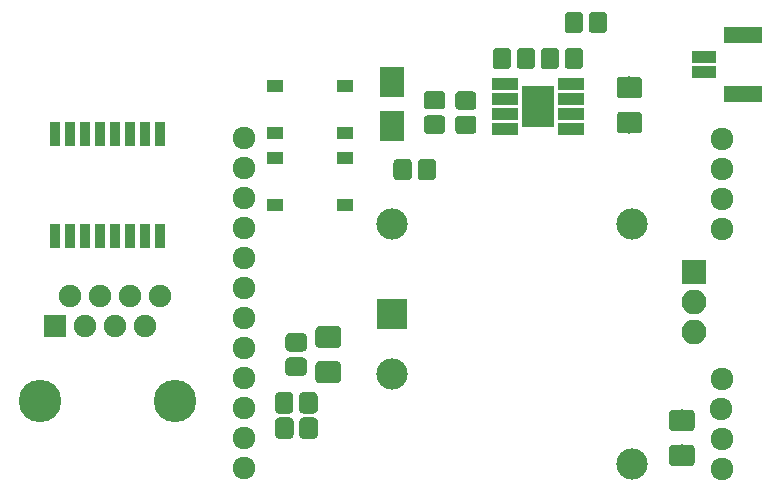
<source format=gbr>
G04 #@! TF.GenerationSoftware,KiCad,Pcbnew,(5.0.0)*
G04 #@! TF.CreationDate,2019-03-29T23:21:28-04:00*
G04 #@! TF.ProjectId,PoEShield,506F45536869656C642E6B696361645F,rev?*
G04 #@! TF.SameCoordinates,Original*
G04 #@! TF.FileFunction,Soldermask,Top*
G04 #@! TF.FilePolarity,Negative*
%FSLAX46Y46*%
G04 Gerber Fmt 4.6, Leading zero omitted, Abs format (unit mm)*
G04 Created by KiCad (PCBNEW (5.0.0)) date 03/29/19 23:21:28*
%MOMM*%
%LPD*%
G01*
G04 APERTURE LIST*
%ADD10R,2.650000X2.650000*%
%ADD11C,2.650000*%
%ADD12R,0.958800X2.000200*%
%ADD13C,1.900000*%
%ADD14R,1.900000X1.900000*%
%ADD15C,3.600000*%
%ADD16C,0.100000*%
%ADD17C,1.550000*%
%ADD18R,2.030000X2.580400*%
%ADD19R,1.400000X1.100000*%
%ADD20R,2.100000X1.000000*%
%ADD21R,3.200000X1.400000*%
%ADD22R,2.100000X2.100000*%
%ADD23O,2.100000X2.100000*%
%ADD24R,2.310000X1.010000*%
%ADD25R,1.605000X1.950000*%
%ADD26C,1.924000*%
%ADD27C,1.825000*%
G04 APERTURE END LIST*
D10*
G04 #@! TO.C,U3*
X128625600Y-96570800D03*
D11*
X128625600Y-101650800D03*
X148945600Y-109270800D03*
X148945600Y-88950800D03*
X128625600Y-88950800D03*
G04 #@! TD*
D12*
G04 #@! TO.C,T1*
X100076000Y-81280000D03*
X101346000Y-81280000D03*
X102616000Y-81280000D03*
X103886000Y-81280000D03*
X105156000Y-81280000D03*
X106426000Y-81280000D03*
X107696000Y-81280000D03*
X108966000Y-81280000D03*
X108966000Y-89916000D03*
X107696000Y-89916000D03*
X106426000Y-89916000D03*
X105156000Y-89916000D03*
X103886000Y-89916000D03*
X102616000Y-89916000D03*
X101346000Y-89916000D03*
X100076000Y-89916000D03*
G04 #@! TD*
D13*
G04 #@! TO.C,J1*
X108966000Y-94996000D03*
X107696000Y-97536000D03*
X106426000Y-94996000D03*
X105156000Y-97536000D03*
X103886000Y-94996000D03*
X102616000Y-97536000D03*
X101346000Y-94996000D03*
D14*
X100076000Y-97536000D03*
D15*
X98806000Y-103886000D03*
X110236000Y-103886000D03*
G04 #@! TD*
D16*
G04 #@! TO.C,C1*
G36*
X132803071Y-77694623D02*
X132835781Y-77699475D01*
X132867857Y-77707509D01*
X132898991Y-77718649D01*
X132928884Y-77732787D01*
X132957247Y-77749787D01*
X132983807Y-77769485D01*
X133008308Y-77791692D01*
X133030515Y-77816193D01*
X133050213Y-77842753D01*
X133067213Y-77871116D01*
X133081351Y-77901009D01*
X133092491Y-77932143D01*
X133100525Y-77964219D01*
X133105377Y-77996929D01*
X133107000Y-78029956D01*
X133107000Y-78906044D01*
X133105377Y-78939071D01*
X133100525Y-78971781D01*
X133092491Y-79003857D01*
X133081351Y-79034991D01*
X133067213Y-79064884D01*
X133050213Y-79093247D01*
X133030515Y-79119807D01*
X133008308Y-79144308D01*
X132983807Y-79166515D01*
X132957247Y-79186213D01*
X132928884Y-79203213D01*
X132898991Y-79217351D01*
X132867857Y-79228491D01*
X132835781Y-79236525D01*
X132803071Y-79241377D01*
X132770044Y-79243000D01*
X131643956Y-79243000D01*
X131610929Y-79241377D01*
X131578219Y-79236525D01*
X131546143Y-79228491D01*
X131515009Y-79217351D01*
X131485116Y-79203213D01*
X131456753Y-79186213D01*
X131430193Y-79166515D01*
X131405692Y-79144308D01*
X131383485Y-79119807D01*
X131363787Y-79093247D01*
X131346787Y-79064884D01*
X131332649Y-79034991D01*
X131321509Y-79003857D01*
X131313475Y-78971781D01*
X131308623Y-78939071D01*
X131307000Y-78906044D01*
X131307000Y-78029956D01*
X131308623Y-77996929D01*
X131313475Y-77964219D01*
X131321509Y-77932143D01*
X131332649Y-77901009D01*
X131346787Y-77871116D01*
X131363787Y-77842753D01*
X131383485Y-77816193D01*
X131405692Y-77791692D01*
X131430193Y-77769485D01*
X131456753Y-77749787D01*
X131485116Y-77732787D01*
X131515009Y-77718649D01*
X131546143Y-77707509D01*
X131578219Y-77699475D01*
X131610929Y-77694623D01*
X131643956Y-77693000D01*
X132770044Y-77693000D01*
X132803071Y-77694623D01*
X132803071Y-77694623D01*
G37*
D17*
X132207000Y-78468000D03*
D16*
G36*
X132803071Y-79744623D02*
X132835781Y-79749475D01*
X132867857Y-79757509D01*
X132898991Y-79768649D01*
X132928884Y-79782787D01*
X132957247Y-79799787D01*
X132983807Y-79819485D01*
X133008308Y-79841692D01*
X133030515Y-79866193D01*
X133050213Y-79892753D01*
X133067213Y-79921116D01*
X133081351Y-79951009D01*
X133092491Y-79982143D01*
X133100525Y-80014219D01*
X133105377Y-80046929D01*
X133107000Y-80079956D01*
X133107000Y-80956044D01*
X133105377Y-80989071D01*
X133100525Y-81021781D01*
X133092491Y-81053857D01*
X133081351Y-81084991D01*
X133067213Y-81114884D01*
X133050213Y-81143247D01*
X133030515Y-81169807D01*
X133008308Y-81194308D01*
X132983807Y-81216515D01*
X132957247Y-81236213D01*
X132928884Y-81253213D01*
X132898991Y-81267351D01*
X132867857Y-81278491D01*
X132835781Y-81286525D01*
X132803071Y-81291377D01*
X132770044Y-81293000D01*
X131643956Y-81293000D01*
X131610929Y-81291377D01*
X131578219Y-81286525D01*
X131546143Y-81278491D01*
X131515009Y-81267351D01*
X131485116Y-81253213D01*
X131456753Y-81236213D01*
X131430193Y-81216515D01*
X131405692Y-81194308D01*
X131383485Y-81169807D01*
X131363787Y-81143247D01*
X131346787Y-81114884D01*
X131332649Y-81084991D01*
X131321509Y-81053857D01*
X131313475Y-81021781D01*
X131308623Y-80989071D01*
X131307000Y-80956044D01*
X131307000Y-80079956D01*
X131308623Y-80046929D01*
X131313475Y-80014219D01*
X131321509Y-79982143D01*
X131332649Y-79951009D01*
X131346787Y-79921116D01*
X131363787Y-79892753D01*
X131383485Y-79866193D01*
X131405692Y-79841692D01*
X131430193Y-79819485D01*
X131456753Y-79799787D01*
X131485116Y-79782787D01*
X131515009Y-79768649D01*
X131546143Y-79757509D01*
X131578219Y-79749475D01*
X131610929Y-79744623D01*
X131643956Y-79743000D01*
X132770044Y-79743000D01*
X132803071Y-79744623D01*
X132803071Y-79744623D01*
G37*
D17*
X132207000Y-80518000D03*
G04 #@! TD*
D18*
G04 #@! TO.C,D1*
X128651000Y-76930600D03*
X128651000Y-80645000D03*
G04 #@! TD*
D19*
G04 #@! TO.C,D2*
X118691000Y-81248000D03*
X118691000Y-77248000D03*
X124641000Y-77248000D03*
X124641000Y-81248000D03*
G04 #@! TD*
G04 #@! TO.C,D3*
X124641000Y-87344000D03*
X124641000Y-83344000D03*
X118691000Y-83344000D03*
X118691000Y-87344000D03*
G04 #@! TD*
D20*
G04 #@! TO.C,J2*
X155022000Y-74813000D03*
X155022000Y-76063000D03*
D21*
X158372000Y-72963000D03*
X158372000Y-77913000D03*
G04 #@! TD*
D22*
G04 #@! TO.C,J3*
X154178000Y-92964000D03*
D23*
X154178000Y-95504000D03*
X154178000Y-98044000D03*
G04 #@! TD*
D16*
G04 #@! TO.C,R1*
G36*
X138384071Y-74031623D02*
X138416781Y-74036475D01*
X138448857Y-74044509D01*
X138479991Y-74055649D01*
X138509884Y-74069787D01*
X138538247Y-74086787D01*
X138564807Y-74106485D01*
X138589308Y-74128692D01*
X138611515Y-74153193D01*
X138631213Y-74179753D01*
X138648213Y-74208116D01*
X138662351Y-74238009D01*
X138673491Y-74269143D01*
X138681525Y-74301219D01*
X138686377Y-74333929D01*
X138688000Y-74366956D01*
X138688000Y-75493044D01*
X138686377Y-75526071D01*
X138681525Y-75558781D01*
X138673491Y-75590857D01*
X138662351Y-75621991D01*
X138648213Y-75651884D01*
X138631213Y-75680247D01*
X138611515Y-75706807D01*
X138589308Y-75731308D01*
X138564807Y-75753515D01*
X138538247Y-75773213D01*
X138509884Y-75790213D01*
X138479991Y-75804351D01*
X138448857Y-75815491D01*
X138416781Y-75823525D01*
X138384071Y-75828377D01*
X138351044Y-75830000D01*
X137474956Y-75830000D01*
X137441929Y-75828377D01*
X137409219Y-75823525D01*
X137377143Y-75815491D01*
X137346009Y-75804351D01*
X137316116Y-75790213D01*
X137287753Y-75773213D01*
X137261193Y-75753515D01*
X137236692Y-75731308D01*
X137214485Y-75706807D01*
X137194787Y-75680247D01*
X137177787Y-75651884D01*
X137163649Y-75621991D01*
X137152509Y-75590857D01*
X137144475Y-75558781D01*
X137139623Y-75526071D01*
X137138000Y-75493044D01*
X137138000Y-74366956D01*
X137139623Y-74333929D01*
X137144475Y-74301219D01*
X137152509Y-74269143D01*
X137163649Y-74238009D01*
X137177787Y-74208116D01*
X137194787Y-74179753D01*
X137214485Y-74153193D01*
X137236692Y-74128692D01*
X137261193Y-74106485D01*
X137287753Y-74086787D01*
X137316116Y-74069787D01*
X137346009Y-74055649D01*
X137377143Y-74044509D01*
X137409219Y-74036475D01*
X137441929Y-74031623D01*
X137474956Y-74030000D01*
X138351044Y-74030000D01*
X138384071Y-74031623D01*
X138384071Y-74031623D01*
G37*
D17*
X137913000Y-74930000D03*
D16*
G36*
X140434071Y-74031623D02*
X140466781Y-74036475D01*
X140498857Y-74044509D01*
X140529991Y-74055649D01*
X140559884Y-74069787D01*
X140588247Y-74086787D01*
X140614807Y-74106485D01*
X140639308Y-74128692D01*
X140661515Y-74153193D01*
X140681213Y-74179753D01*
X140698213Y-74208116D01*
X140712351Y-74238009D01*
X140723491Y-74269143D01*
X140731525Y-74301219D01*
X140736377Y-74333929D01*
X140738000Y-74366956D01*
X140738000Y-75493044D01*
X140736377Y-75526071D01*
X140731525Y-75558781D01*
X140723491Y-75590857D01*
X140712351Y-75621991D01*
X140698213Y-75651884D01*
X140681213Y-75680247D01*
X140661515Y-75706807D01*
X140639308Y-75731308D01*
X140614807Y-75753515D01*
X140588247Y-75773213D01*
X140559884Y-75790213D01*
X140529991Y-75804351D01*
X140498857Y-75815491D01*
X140466781Y-75823525D01*
X140434071Y-75828377D01*
X140401044Y-75830000D01*
X139524956Y-75830000D01*
X139491929Y-75828377D01*
X139459219Y-75823525D01*
X139427143Y-75815491D01*
X139396009Y-75804351D01*
X139366116Y-75790213D01*
X139337753Y-75773213D01*
X139311193Y-75753515D01*
X139286692Y-75731308D01*
X139264485Y-75706807D01*
X139244787Y-75680247D01*
X139227787Y-75651884D01*
X139213649Y-75621991D01*
X139202509Y-75590857D01*
X139194475Y-75558781D01*
X139189623Y-75526071D01*
X139188000Y-75493044D01*
X139188000Y-74366956D01*
X139189623Y-74333929D01*
X139194475Y-74301219D01*
X139202509Y-74269143D01*
X139213649Y-74238009D01*
X139227787Y-74208116D01*
X139244787Y-74179753D01*
X139264485Y-74153193D01*
X139286692Y-74128692D01*
X139311193Y-74106485D01*
X139337753Y-74086787D01*
X139366116Y-74069787D01*
X139396009Y-74055649D01*
X139427143Y-74044509D01*
X139459219Y-74036475D01*
X139491929Y-74031623D01*
X139524956Y-74030000D01*
X140401044Y-74030000D01*
X140434071Y-74031623D01*
X140434071Y-74031623D01*
G37*
D17*
X139963000Y-74930000D03*
G04 #@! TD*
D16*
G04 #@! TO.C,R2*
G36*
X135470071Y-77712623D02*
X135502781Y-77717475D01*
X135534857Y-77725509D01*
X135565991Y-77736649D01*
X135595884Y-77750787D01*
X135624247Y-77767787D01*
X135650807Y-77787485D01*
X135675308Y-77809692D01*
X135697515Y-77834193D01*
X135717213Y-77860753D01*
X135734213Y-77889116D01*
X135748351Y-77919009D01*
X135759491Y-77950143D01*
X135767525Y-77982219D01*
X135772377Y-78014929D01*
X135774000Y-78047956D01*
X135774000Y-78924044D01*
X135772377Y-78957071D01*
X135767525Y-78989781D01*
X135759491Y-79021857D01*
X135748351Y-79052991D01*
X135734213Y-79082884D01*
X135717213Y-79111247D01*
X135697515Y-79137807D01*
X135675308Y-79162308D01*
X135650807Y-79184515D01*
X135624247Y-79204213D01*
X135595884Y-79221213D01*
X135565991Y-79235351D01*
X135534857Y-79246491D01*
X135502781Y-79254525D01*
X135470071Y-79259377D01*
X135437044Y-79261000D01*
X134310956Y-79261000D01*
X134277929Y-79259377D01*
X134245219Y-79254525D01*
X134213143Y-79246491D01*
X134182009Y-79235351D01*
X134152116Y-79221213D01*
X134123753Y-79204213D01*
X134097193Y-79184515D01*
X134072692Y-79162308D01*
X134050485Y-79137807D01*
X134030787Y-79111247D01*
X134013787Y-79082884D01*
X133999649Y-79052991D01*
X133988509Y-79021857D01*
X133980475Y-78989781D01*
X133975623Y-78957071D01*
X133974000Y-78924044D01*
X133974000Y-78047956D01*
X133975623Y-78014929D01*
X133980475Y-77982219D01*
X133988509Y-77950143D01*
X133999649Y-77919009D01*
X134013787Y-77889116D01*
X134030787Y-77860753D01*
X134050485Y-77834193D01*
X134072692Y-77809692D01*
X134097193Y-77787485D01*
X134123753Y-77767787D01*
X134152116Y-77750787D01*
X134182009Y-77736649D01*
X134213143Y-77725509D01*
X134245219Y-77717475D01*
X134277929Y-77712623D01*
X134310956Y-77711000D01*
X135437044Y-77711000D01*
X135470071Y-77712623D01*
X135470071Y-77712623D01*
G37*
D17*
X134874000Y-78486000D03*
D16*
G36*
X135470071Y-79762623D02*
X135502781Y-79767475D01*
X135534857Y-79775509D01*
X135565991Y-79786649D01*
X135595884Y-79800787D01*
X135624247Y-79817787D01*
X135650807Y-79837485D01*
X135675308Y-79859692D01*
X135697515Y-79884193D01*
X135717213Y-79910753D01*
X135734213Y-79939116D01*
X135748351Y-79969009D01*
X135759491Y-80000143D01*
X135767525Y-80032219D01*
X135772377Y-80064929D01*
X135774000Y-80097956D01*
X135774000Y-80974044D01*
X135772377Y-81007071D01*
X135767525Y-81039781D01*
X135759491Y-81071857D01*
X135748351Y-81102991D01*
X135734213Y-81132884D01*
X135717213Y-81161247D01*
X135697515Y-81187807D01*
X135675308Y-81212308D01*
X135650807Y-81234515D01*
X135624247Y-81254213D01*
X135595884Y-81271213D01*
X135565991Y-81285351D01*
X135534857Y-81296491D01*
X135502781Y-81304525D01*
X135470071Y-81309377D01*
X135437044Y-81311000D01*
X134310956Y-81311000D01*
X134277929Y-81309377D01*
X134245219Y-81304525D01*
X134213143Y-81296491D01*
X134182009Y-81285351D01*
X134152116Y-81271213D01*
X134123753Y-81254213D01*
X134097193Y-81234515D01*
X134072692Y-81212308D01*
X134050485Y-81187807D01*
X134030787Y-81161247D01*
X134013787Y-81132884D01*
X133999649Y-81102991D01*
X133988509Y-81071857D01*
X133980475Y-81039781D01*
X133975623Y-81007071D01*
X133974000Y-80974044D01*
X133974000Y-80097956D01*
X133975623Y-80064929D01*
X133980475Y-80032219D01*
X133988509Y-80000143D01*
X133999649Y-79969009D01*
X134013787Y-79939116D01*
X134030787Y-79910753D01*
X134050485Y-79884193D01*
X134072692Y-79859692D01*
X134097193Y-79837485D01*
X134123753Y-79817787D01*
X134152116Y-79800787D01*
X134182009Y-79786649D01*
X134213143Y-79775509D01*
X134245219Y-79767475D01*
X134277929Y-79762623D01*
X134310956Y-79761000D01*
X135437044Y-79761000D01*
X135470071Y-79762623D01*
X135470071Y-79762623D01*
G37*
D17*
X134874000Y-80536000D03*
G04 #@! TD*
D16*
G04 #@! TO.C,R3*
G36*
X144480071Y-70983623D02*
X144512781Y-70988475D01*
X144544857Y-70996509D01*
X144575991Y-71007649D01*
X144605884Y-71021787D01*
X144634247Y-71038787D01*
X144660807Y-71058485D01*
X144685308Y-71080692D01*
X144707515Y-71105193D01*
X144727213Y-71131753D01*
X144744213Y-71160116D01*
X144758351Y-71190009D01*
X144769491Y-71221143D01*
X144777525Y-71253219D01*
X144782377Y-71285929D01*
X144784000Y-71318956D01*
X144784000Y-72445044D01*
X144782377Y-72478071D01*
X144777525Y-72510781D01*
X144769491Y-72542857D01*
X144758351Y-72573991D01*
X144744213Y-72603884D01*
X144727213Y-72632247D01*
X144707515Y-72658807D01*
X144685308Y-72683308D01*
X144660807Y-72705515D01*
X144634247Y-72725213D01*
X144605884Y-72742213D01*
X144575991Y-72756351D01*
X144544857Y-72767491D01*
X144512781Y-72775525D01*
X144480071Y-72780377D01*
X144447044Y-72782000D01*
X143570956Y-72782000D01*
X143537929Y-72780377D01*
X143505219Y-72775525D01*
X143473143Y-72767491D01*
X143442009Y-72756351D01*
X143412116Y-72742213D01*
X143383753Y-72725213D01*
X143357193Y-72705515D01*
X143332692Y-72683308D01*
X143310485Y-72658807D01*
X143290787Y-72632247D01*
X143273787Y-72603884D01*
X143259649Y-72573991D01*
X143248509Y-72542857D01*
X143240475Y-72510781D01*
X143235623Y-72478071D01*
X143234000Y-72445044D01*
X143234000Y-71318956D01*
X143235623Y-71285929D01*
X143240475Y-71253219D01*
X143248509Y-71221143D01*
X143259649Y-71190009D01*
X143273787Y-71160116D01*
X143290787Y-71131753D01*
X143310485Y-71105193D01*
X143332692Y-71080692D01*
X143357193Y-71058485D01*
X143383753Y-71038787D01*
X143412116Y-71021787D01*
X143442009Y-71007649D01*
X143473143Y-70996509D01*
X143505219Y-70988475D01*
X143537929Y-70983623D01*
X143570956Y-70982000D01*
X144447044Y-70982000D01*
X144480071Y-70983623D01*
X144480071Y-70983623D01*
G37*
D17*
X144009000Y-71882000D03*
D16*
G36*
X146530071Y-70983623D02*
X146562781Y-70988475D01*
X146594857Y-70996509D01*
X146625991Y-71007649D01*
X146655884Y-71021787D01*
X146684247Y-71038787D01*
X146710807Y-71058485D01*
X146735308Y-71080692D01*
X146757515Y-71105193D01*
X146777213Y-71131753D01*
X146794213Y-71160116D01*
X146808351Y-71190009D01*
X146819491Y-71221143D01*
X146827525Y-71253219D01*
X146832377Y-71285929D01*
X146834000Y-71318956D01*
X146834000Y-72445044D01*
X146832377Y-72478071D01*
X146827525Y-72510781D01*
X146819491Y-72542857D01*
X146808351Y-72573991D01*
X146794213Y-72603884D01*
X146777213Y-72632247D01*
X146757515Y-72658807D01*
X146735308Y-72683308D01*
X146710807Y-72705515D01*
X146684247Y-72725213D01*
X146655884Y-72742213D01*
X146625991Y-72756351D01*
X146594857Y-72767491D01*
X146562781Y-72775525D01*
X146530071Y-72780377D01*
X146497044Y-72782000D01*
X145620956Y-72782000D01*
X145587929Y-72780377D01*
X145555219Y-72775525D01*
X145523143Y-72767491D01*
X145492009Y-72756351D01*
X145462116Y-72742213D01*
X145433753Y-72725213D01*
X145407193Y-72705515D01*
X145382692Y-72683308D01*
X145360485Y-72658807D01*
X145340787Y-72632247D01*
X145323787Y-72603884D01*
X145309649Y-72573991D01*
X145298509Y-72542857D01*
X145290475Y-72510781D01*
X145285623Y-72478071D01*
X145284000Y-72445044D01*
X145284000Y-71318956D01*
X145285623Y-71285929D01*
X145290475Y-71253219D01*
X145298509Y-71221143D01*
X145309649Y-71190009D01*
X145323787Y-71160116D01*
X145340787Y-71131753D01*
X145360485Y-71105193D01*
X145382692Y-71080692D01*
X145407193Y-71058485D01*
X145433753Y-71038787D01*
X145462116Y-71021787D01*
X145492009Y-71007649D01*
X145523143Y-70996509D01*
X145555219Y-70988475D01*
X145587929Y-70983623D01*
X145620956Y-70982000D01*
X146497044Y-70982000D01*
X146530071Y-70983623D01*
X146530071Y-70983623D01*
G37*
D17*
X146059000Y-71882000D03*
G04 #@! TD*
D16*
G04 #@! TO.C,R4*
G36*
X144498071Y-74031623D02*
X144530781Y-74036475D01*
X144562857Y-74044509D01*
X144593991Y-74055649D01*
X144623884Y-74069787D01*
X144652247Y-74086787D01*
X144678807Y-74106485D01*
X144703308Y-74128692D01*
X144725515Y-74153193D01*
X144745213Y-74179753D01*
X144762213Y-74208116D01*
X144776351Y-74238009D01*
X144787491Y-74269143D01*
X144795525Y-74301219D01*
X144800377Y-74333929D01*
X144802000Y-74366956D01*
X144802000Y-75493044D01*
X144800377Y-75526071D01*
X144795525Y-75558781D01*
X144787491Y-75590857D01*
X144776351Y-75621991D01*
X144762213Y-75651884D01*
X144745213Y-75680247D01*
X144725515Y-75706807D01*
X144703308Y-75731308D01*
X144678807Y-75753515D01*
X144652247Y-75773213D01*
X144623884Y-75790213D01*
X144593991Y-75804351D01*
X144562857Y-75815491D01*
X144530781Y-75823525D01*
X144498071Y-75828377D01*
X144465044Y-75830000D01*
X143588956Y-75830000D01*
X143555929Y-75828377D01*
X143523219Y-75823525D01*
X143491143Y-75815491D01*
X143460009Y-75804351D01*
X143430116Y-75790213D01*
X143401753Y-75773213D01*
X143375193Y-75753515D01*
X143350692Y-75731308D01*
X143328485Y-75706807D01*
X143308787Y-75680247D01*
X143291787Y-75651884D01*
X143277649Y-75621991D01*
X143266509Y-75590857D01*
X143258475Y-75558781D01*
X143253623Y-75526071D01*
X143252000Y-75493044D01*
X143252000Y-74366956D01*
X143253623Y-74333929D01*
X143258475Y-74301219D01*
X143266509Y-74269143D01*
X143277649Y-74238009D01*
X143291787Y-74208116D01*
X143308787Y-74179753D01*
X143328485Y-74153193D01*
X143350692Y-74128692D01*
X143375193Y-74106485D01*
X143401753Y-74086787D01*
X143430116Y-74069787D01*
X143460009Y-74055649D01*
X143491143Y-74044509D01*
X143523219Y-74036475D01*
X143555929Y-74031623D01*
X143588956Y-74030000D01*
X144465044Y-74030000D01*
X144498071Y-74031623D01*
X144498071Y-74031623D01*
G37*
D17*
X144027000Y-74930000D03*
D16*
G36*
X142448071Y-74031623D02*
X142480781Y-74036475D01*
X142512857Y-74044509D01*
X142543991Y-74055649D01*
X142573884Y-74069787D01*
X142602247Y-74086787D01*
X142628807Y-74106485D01*
X142653308Y-74128692D01*
X142675515Y-74153193D01*
X142695213Y-74179753D01*
X142712213Y-74208116D01*
X142726351Y-74238009D01*
X142737491Y-74269143D01*
X142745525Y-74301219D01*
X142750377Y-74333929D01*
X142752000Y-74366956D01*
X142752000Y-75493044D01*
X142750377Y-75526071D01*
X142745525Y-75558781D01*
X142737491Y-75590857D01*
X142726351Y-75621991D01*
X142712213Y-75651884D01*
X142695213Y-75680247D01*
X142675515Y-75706807D01*
X142653308Y-75731308D01*
X142628807Y-75753515D01*
X142602247Y-75773213D01*
X142573884Y-75790213D01*
X142543991Y-75804351D01*
X142512857Y-75815491D01*
X142480781Y-75823525D01*
X142448071Y-75828377D01*
X142415044Y-75830000D01*
X141538956Y-75830000D01*
X141505929Y-75828377D01*
X141473219Y-75823525D01*
X141441143Y-75815491D01*
X141410009Y-75804351D01*
X141380116Y-75790213D01*
X141351753Y-75773213D01*
X141325193Y-75753515D01*
X141300692Y-75731308D01*
X141278485Y-75706807D01*
X141258787Y-75680247D01*
X141241787Y-75651884D01*
X141227649Y-75621991D01*
X141216509Y-75590857D01*
X141208475Y-75558781D01*
X141203623Y-75526071D01*
X141202000Y-75493044D01*
X141202000Y-74366956D01*
X141203623Y-74333929D01*
X141208475Y-74301219D01*
X141216509Y-74269143D01*
X141227649Y-74238009D01*
X141241787Y-74208116D01*
X141258787Y-74179753D01*
X141278485Y-74153193D01*
X141300692Y-74128692D01*
X141325193Y-74106485D01*
X141351753Y-74086787D01*
X141380116Y-74069787D01*
X141410009Y-74055649D01*
X141441143Y-74044509D01*
X141473219Y-74036475D01*
X141505929Y-74031623D01*
X141538956Y-74030000D01*
X142415044Y-74030000D01*
X142448071Y-74031623D01*
X142448071Y-74031623D01*
G37*
D17*
X141977000Y-74930000D03*
G04 #@! TD*
D16*
G04 #@! TO.C,R5*
G36*
X129993071Y-83429623D02*
X130025781Y-83434475D01*
X130057857Y-83442509D01*
X130088991Y-83453649D01*
X130118884Y-83467787D01*
X130147247Y-83484787D01*
X130173807Y-83504485D01*
X130198308Y-83526692D01*
X130220515Y-83551193D01*
X130240213Y-83577753D01*
X130257213Y-83606116D01*
X130271351Y-83636009D01*
X130282491Y-83667143D01*
X130290525Y-83699219D01*
X130295377Y-83731929D01*
X130297000Y-83764956D01*
X130297000Y-84891044D01*
X130295377Y-84924071D01*
X130290525Y-84956781D01*
X130282491Y-84988857D01*
X130271351Y-85019991D01*
X130257213Y-85049884D01*
X130240213Y-85078247D01*
X130220515Y-85104807D01*
X130198308Y-85129308D01*
X130173807Y-85151515D01*
X130147247Y-85171213D01*
X130118884Y-85188213D01*
X130088991Y-85202351D01*
X130057857Y-85213491D01*
X130025781Y-85221525D01*
X129993071Y-85226377D01*
X129960044Y-85228000D01*
X129083956Y-85228000D01*
X129050929Y-85226377D01*
X129018219Y-85221525D01*
X128986143Y-85213491D01*
X128955009Y-85202351D01*
X128925116Y-85188213D01*
X128896753Y-85171213D01*
X128870193Y-85151515D01*
X128845692Y-85129308D01*
X128823485Y-85104807D01*
X128803787Y-85078247D01*
X128786787Y-85049884D01*
X128772649Y-85019991D01*
X128761509Y-84988857D01*
X128753475Y-84956781D01*
X128748623Y-84924071D01*
X128747000Y-84891044D01*
X128747000Y-83764956D01*
X128748623Y-83731929D01*
X128753475Y-83699219D01*
X128761509Y-83667143D01*
X128772649Y-83636009D01*
X128786787Y-83606116D01*
X128803787Y-83577753D01*
X128823485Y-83551193D01*
X128845692Y-83526692D01*
X128870193Y-83504485D01*
X128896753Y-83484787D01*
X128925116Y-83467787D01*
X128955009Y-83453649D01*
X128986143Y-83442509D01*
X129018219Y-83434475D01*
X129050929Y-83429623D01*
X129083956Y-83428000D01*
X129960044Y-83428000D01*
X129993071Y-83429623D01*
X129993071Y-83429623D01*
G37*
D17*
X129522000Y-84328000D03*
D16*
G36*
X132043071Y-83429623D02*
X132075781Y-83434475D01*
X132107857Y-83442509D01*
X132138991Y-83453649D01*
X132168884Y-83467787D01*
X132197247Y-83484787D01*
X132223807Y-83504485D01*
X132248308Y-83526692D01*
X132270515Y-83551193D01*
X132290213Y-83577753D01*
X132307213Y-83606116D01*
X132321351Y-83636009D01*
X132332491Y-83667143D01*
X132340525Y-83699219D01*
X132345377Y-83731929D01*
X132347000Y-83764956D01*
X132347000Y-84891044D01*
X132345377Y-84924071D01*
X132340525Y-84956781D01*
X132332491Y-84988857D01*
X132321351Y-85019991D01*
X132307213Y-85049884D01*
X132290213Y-85078247D01*
X132270515Y-85104807D01*
X132248308Y-85129308D01*
X132223807Y-85151515D01*
X132197247Y-85171213D01*
X132168884Y-85188213D01*
X132138991Y-85202351D01*
X132107857Y-85213491D01*
X132075781Y-85221525D01*
X132043071Y-85226377D01*
X132010044Y-85228000D01*
X131133956Y-85228000D01*
X131100929Y-85226377D01*
X131068219Y-85221525D01*
X131036143Y-85213491D01*
X131005009Y-85202351D01*
X130975116Y-85188213D01*
X130946753Y-85171213D01*
X130920193Y-85151515D01*
X130895692Y-85129308D01*
X130873485Y-85104807D01*
X130853787Y-85078247D01*
X130836787Y-85049884D01*
X130822649Y-85019991D01*
X130811509Y-84988857D01*
X130803475Y-84956781D01*
X130798623Y-84924071D01*
X130797000Y-84891044D01*
X130797000Y-83764956D01*
X130798623Y-83731929D01*
X130803475Y-83699219D01*
X130811509Y-83667143D01*
X130822649Y-83636009D01*
X130836787Y-83606116D01*
X130853787Y-83577753D01*
X130873485Y-83551193D01*
X130895692Y-83526692D01*
X130920193Y-83504485D01*
X130946753Y-83484787D01*
X130975116Y-83467787D01*
X131005009Y-83453649D01*
X131036143Y-83442509D01*
X131068219Y-83434475D01*
X131100929Y-83429623D01*
X131133956Y-83428000D01*
X132010044Y-83428000D01*
X132043071Y-83429623D01*
X132043071Y-83429623D01*
G37*
D17*
X131572000Y-84328000D03*
G04 #@! TD*
D24*
G04 #@! TO.C,U1*
X138190000Y-77089000D03*
X138190000Y-78359000D03*
X138190000Y-79629000D03*
X138190000Y-80899000D03*
X143750000Y-80899000D03*
X143750000Y-79629000D03*
X143750000Y-78359000D03*
X143750000Y-77089000D03*
D25*
X141572500Y-79769000D03*
X141572500Y-78219000D03*
X140367500Y-79769000D03*
X140367500Y-78219000D03*
G04 #@! TD*
D26*
G04 #@! TO.C,U2*
X116102201Y-81685201D03*
X116102201Y-84225201D03*
X116102201Y-86765201D03*
X116102201Y-89305201D03*
X116102201Y-91845201D03*
X116102201Y-94385201D03*
X116102201Y-96925201D03*
X116102201Y-99465201D03*
X116102201Y-102005201D03*
X116102201Y-104545201D03*
X116102201Y-107085201D03*
X116102201Y-109625201D03*
X156542201Y-109675201D03*
X156542201Y-107135201D03*
X156502201Y-104595201D03*
X156542201Y-102055201D03*
X156542201Y-89355201D03*
X156542201Y-86815201D03*
X156542201Y-84275201D03*
X156542201Y-81735201D03*
G04 #@! TD*
D16*
G04 #@! TO.C,C2*
G36*
X149503207Y-76468542D02*
X149534287Y-76473152D01*
X149564766Y-76480787D01*
X149594350Y-76491372D01*
X149622754Y-76504806D01*
X149649704Y-76520959D01*
X149674942Y-76539677D01*
X149698223Y-76560777D01*
X149719323Y-76584058D01*
X149738041Y-76609296D01*
X149754194Y-76636246D01*
X149767628Y-76664650D01*
X149778213Y-76694234D01*
X149785848Y-76724713D01*
X149790458Y-76755793D01*
X149792000Y-76787176D01*
X149792000Y-77971824D01*
X149790458Y-78003207D01*
X149785848Y-78034287D01*
X149778213Y-78064766D01*
X149767628Y-78094350D01*
X149754194Y-78122754D01*
X149738041Y-78149704D01*
X149719323Y-78174942D01*
X149698223Y-78198223D01*
X149674942Y-78219323D01*
X149649704Y-78238041D01*
X149622754Y-78254194D01*
X149594350Y-78267628D01*
X149564766Y-78278213D01*
X149534287Y-78285848D01*
X149503207Y-78290458D01*
X149471824Y-78292000D01*
X147962176Y-78292000D01*
X147930793Y-78290458D01*
X147899713Y-78285848D01*
X147869234Y-78278213D01*
X147839650Y-78267628D01*
X147811246Y-78254194D01*
X147784296Y-78238041D01*
X147759058Y-78219323D01*
X147735777Y-78198223D01*
X147714677Y-78174942D01*
X147695959Y-78149704D01*
X147679806Y-78122754D01*
X147666372Y-78094350D01*
X147655787Y-78064766D01*
X147648152Y-78034287D01*
X147643542Y-78003207D01*
X147642000Y-77971824D01*
X147642000Y-76787176D01*
X147643542Y-76755793D01*
X147648152Y-76724713D01*
X147655787Y-76694234D01*
X147666372Y-76664650D01*
X147679806Y-76636246D01*
X147695959Y-76609296D01*
X147714677Y-76584058D01*
X147735777Y-76560777D01*
X147759058Y-76539677D01*
X147784296Y-76520959D01*
X147811246Y-76504806D01*
X147839650Y-76491372D01*
X147869234Y-76480787D01*
X147899713Y-76473152D01*
X147930793Y-76468542D01*
X147962176Y-76467000D01*
X149471824Y-76467000D01*
X149503207Y-76468542D01*
X149503207Y-76468542D01*
G37*
D27*
X148717000Y-77379500D03*
D16*
G36*
X149503207Y-79443542D02*
X149534287Y-79448152D01*
X149564766Y-79455787D01*
X149594350Y-79466372D01*
X149622754Y-79479806D01*
X149649704Y-79495959D01*
X149674942Y-79514677D01*
X149698223Y-79535777D01*
X149719323Y-79559058D01*
X149738041Y-79584296D01*
X149754194Y-79611246D01*
X149767628Y-79639650D01*
X149778213Y-79669234D01*
X149785848Y-79699713D01*
X149790458Y-79730793D01*
X149792000Y-79762176D01*
X149792000Y-80946824D01*
X149790458Y-80978207D01*
X149785848Y-81009287D01*
X149778213Y-81039766D01*
X149767628Y-81069350D01*
X149754194Y-81097754D01*
X149738041Y-81124704D01*
X149719323Y-81149942D01*
X149698223Y-81173223D01*
X149674942Y-81194323D01*
X149649704Y-81213041D01*
X149622754Y-81229194D01*
X149594350Y-81242628D01*
X149564766Y-81253213D01*
X149534287Y-81260848D01*
X149503207Y-81265458D01*
X149471824Y-81267000D01*
X147962176Y-81267000D01*
X147930793Y-81265458D01*
X147899713Y-81260848D01*
X147869234Y-81253213D01*
X147839650Y-81242628D01*
X147811246Y-81229194D01*
X147784296Y-81213041D01*
X147759058Y-81194323D01*
X147735777Y-81173223D01*
X147714677Y-81149942D01*
X147695959Y-81124704D01*
X147679806Y-81097754D01*
X147666372Y-81069350D01*
X147655787Y-81039766D01*
X147648152Y-81009287D01*
X147643542Y-80978207D01*
X147642000Y-80946824D01*
X147642000Y-79762176D01*
X147643542Y-79730793D01*
X147648152Y-79699713D01*
X147655787Y-79669234D01*
X147666372Y-79639650D01*
X147679806Y-79611246D01*
X147695959Y-79584296D01*
X147714677Y-79559058D01*
X147735777Y-79535777D01*
X147759058Y-79514677D01*
X147784296Y-79495959D01*
X147811246Y-79479806D01*
X147839650Y-79466372D01*
X147869234Y-79455787D01*
X147899713Y-79448152D01*
X147930793Y-79443542D01*
X147962176Y-79442000D01*
X149471824Y-79442000D01*
X149503207Y-79443542D01*
X149503207Y-79443542D01*
G37*
D27*
X148717000Y-80354500D03*
G04 #@! TD*
D16*
G04 #@! TO.C,C3*
G36*
X124001607Y-100565242D02*
X124032687Y-100569852D01*
X124063166Y-100577487D01*
X124092750Y-100588072D01*
X124121154Y-100601506D01*
X124148104Y-100617659D01*
X124173342Y-100636377D01*
X124196623Y-100657477D01*
X124217723Y-100680758D01*
X124236441Y-100705996D01*
X124252594Y-100732946D01*
X124266028Y-100761350D01*
X124276613Y-100790934D01*
X124284248Y-100821413D01*
X124288858Y-100852493D01*
X124290400Y-100883876D01*
X124290400Y-102068524D01*
X124288858Y-102099907D01*
X124284248Y-102130987D01*
X124276613Y-102161466D01*
X124266028Y-102191050D01*
X124252594Y-102219454D01*
X124236441Y-102246404D01*
X124217723Y-102271642D01*
X124196623Y-102294923D01*
X124173342Y-102316023D01*
X124148104Y-102334741D01*
X124121154Y-102350894D01*
X124092750Y-102364328D01*
X124063166Y-102374913D01*
X124032687Y-102382548D01*
X124001607Y-102387158D01*
X123970224Y-102388700D01*
X122460576Y-102388700D01*
X122429193Y-102387158D01*
X122398113Y-102382548D01*
X122367634Y-102374913D01*
X122338050Y-102364328D01*
X122309646Y-102350894D01*
X122282696Y-102334741D01*
X122257458Y-102316023D01*
X122234177Y-102294923D01*
X122213077Y-102271642D01*
X122194359Y-102246404D01*
X122178206Y-102219454D01*
X122164772Y-102191050D01*
X122154187Y-102161466D01*
X122146552Y-102130987D01*
X122141942Y-102099907D01*
X122140400Y-102068524D01*
X122140400Y-100883876D01*
X122141942Y-100852493D01*
X122146552Y-100821413D01*
X122154187Y-100790934D01*
X122164772Y-100761350D01*
X122178206Y-100732946D01*
X122194359Y-100705996D01*
X122213077Y-100680758D01*
X122234177Y-100657477D01*
X122257458Y-100636377D01*
X122282696Y-100617659D01*
X122309646Y-100601506D01*
X122338050Y-100588072D01*
X122367634Y-100577487D01*
X122398113Y-100569852D01*
X122429193Y-100565242D01*
X122460576Y-100563700D01*
X123970224Y-100563700D01*
X124001607Y-100565242D01*
X124001607Y-100565242D01*
G37*
D27*
X123215400Y-101476200D03*
D16*
G36*
X124001607Y-97590242D02*
X124032687Y-97594852D01*
X124063166Y-97602487D01*
X124092750Y-97613072D01*
X124121154Y-97626506D01*
X124148104Y-97642659D01*
X124173342Y-97661377D01*
X124196623Y-97682477D01*
X124217723Y-97705758D01*
X124236441Y-97730996D01*
X124252594Y-97757946D01*
X124266028Y-97786350D01*
X124276613Y-97815934D01*
X124284248Y-97846413D01*
X124288858Y-97877493D01*
X124290400Y-97908876D01*
X124290400Y-99093524D01*
X124288858Y-99124907D01*
X124284248Y-99155987D01*
X124276613Y-99186466D01*
X124266028Y-99216050D01*
X124252594Y-99244454D01*
X124236441Y-99271404D01*
X124217723Y-99296642D01*
X124196623Y-99319923D01*
X124173342Y-99341023D01*
X124148104Y-99359741D01*
X124121154Y-99375894D01*
X124092750Y-99389328D01*
X124063166Y-99399913D01*
X124032687Y-99407548D01*
X124001607Y-99412158D01*
X123970224Y-99413700D01*
X122460576Y-99413700D01*
X122429193Y-99412158D01*
X122398113Y-99407548D01*
X122367634Y-99399913D01*
X122338050Y-99389328D01*
X122309646Y-99375894D01*
X122282696Y-99359741D01*
X122257458Y-99341023D01*
X122234177Y-99319923D01*
X122213077Y-99296642D01*
X122194359Y-99271404D01*
X122178206Y-99244454D01*
X122164772Y-99216050D01*
X122154187Y-99186466D01*
X122146552Y-99155987D01*
X122141942Y-99124907D01*
X122140400Y-99093524D01*
X122140400Y-97908876D01*
X122141942Y-97877493D01*
X122146552Y-97846413D01*
X122154187Y-97815934D01*
X122164772Y-97786350D01*
X122178206Y-97757946D01*
X122194359Y-97730996D01*
X122213077Y-97705758D01*
X122234177Y-97682477D01*
X122257458Y-97661377D01*
X122282696Y-97642659D01*
X122309646Y-97626506D01*
X122338050Y-97613072D01*
X122367634Y-97602487D01*
X122398113Y-97594852D01*
X122429193Y-97590242D01*
X122460576Y-97588700D01*
X123970224Y-97588700D01*
X124001607Y-97590242D01*
X124001607Y-97590242D01*
G37*
D27*
X123215400Y-98501200D03*
G04 #@! TD*
D16*
G04 #@! TO.C,C4*
G36*
X153948207Y-104651442D02*
X153979287Y-104656052D01*
X154009766Y-104663687D01*
X154039350Y-104674272D01*
X154067754Y-104687706D01*
X154094704Y-104703859D01*
X154119942Y-104722577D01*
X154143223Y-104743677D01*
X154164323Y-104766958D01*
X154183041Y-104792196D01*
X154199194Y-104819146D01*
X154212628Y-104847550D01*
X154223213Y-104877134D01*
X154230848Y-104907613D01*
X154235458Y-104938693D01*
X154237000Y-104970076D01*
X154237000Y-106154724D01*
X154235458Y-106186107D01*
X154230848Y-106217187D01*
X154223213Y-106247666D01*
X154212628Y-106277250D01*
X154199194Y-106305654D01*
X154183041Y-106332604D01*
X154164323Y-106357842D01*
X154143223Y-106381123D01*
X154119942Y-106402223D01*
X154094704Y-106420941D01*
X154067754Y-106437094D01*
X154039350Y-106450528D01*
X154009766Y-106461113D01*
X153979287Y-106468748D01*
X153948207Y-106473358D01*
X153916824Y-106474900D01*
X152407176Y-106474900D01*
X152375793Y-106473358D01*
X152344713Y-106468748D01*
X152314234Y-106461113D01*
X152284650Y-106450528D01*
X152256246Y-106437094D01*
X152229296Y-106420941D01*
X152204058Y-106402223D01*
X152180777Y-106381123D01*
X152159677Y-106357842D01*
X152140959Y-106332604D01*
X152124806Y-106305654D01*
X152111372Y-106277250D01*
X152100787Y-106247666D01*
X152093152Y-106217187D01*
X152088542Y-106186107D01*
X152087000Y-106154724D01*
X152087000Y-104970076D01*
X152088542Y-104938693D01*
X152093152Y-104907613D01*
X152100787Y-104877134D01*
X152111372Y-104847550D01*
X152124806Y-104819146D01*
X152140959Y-104792196D01*
X152159677Y-104766958D01*
X152180777Y-104743677D01*
X152204058Y-104722577D01*
X152229296Y-104703859D01*
X152256246Y-104687706D01*
X152284650Y-104674272D01*
X152314234Y-104663687D01*
X152344713Y-104656052D01*
X152375793Y-104651442D01*
X152407176Y-104649900D01*
X153916824Y-104649900D01*
X153948207Y-104651442D01*
X153948207Y-104651442D01*
G37*
D27*
X153162000Y-105562400D03*
D16*
G36*
X153948207Y-107626442D02*
X153979287Y-107631052D01*
X154009766Y-107638687D01*
X154039350Y-107649272D01*
X154067754Y-107662706D01*
X154094704Y-107678859D01*
X154119942Y-107697577D01*
X154143223Y-107718677D01*
X154164323Y-107741958D01*
X154183041Y-107767196D01*
X154199194Y-107794146D01*
X154212628Y-107822550D01*
X154223213Y-107852134D01*
X154230848Y-107882613D01*
X154235458Y-107913693D01*
X154237000Y-107945076D01*
X154237000Y-109129724D01*
X154235458Y-109161107D01*
X154230848Y-109192187D01*
X154223213Y-109222666D01*
X154212628Y-109252250D01*
X154199194Y-109280654D01*
X154183041Y-109307604D01*
X154164323Y-109332842D01*
X154143223Y-109356123D01*
X154119942Y-109377223D01*
X154094704Y-109395941D01*
X154067754Y-109412094D01*
X154039350Y-109425528D01*
X154009766Y-109436113D01*
X153979287Y-109443748D01*
X153948207Y-109448358D01*
X153916824Y-109449900D01*
X152407176Y-109449900D01*
X152375793Y-109448358D01*
X152344713Y-109443748D01*
X152314234Y-109436113D01*
X152284650Y-109425528D01*
X152256246Y-109412094D01*
X152229296Y-109395941D01*
X152204058Y-109377223D01*
X152180777Y-109356123D01*
X152159677Y-109332842D01*
X152140959Y-109307604D01*
X152124806Y-109280654D01*
X152111372Y-109252250D01*
X152100787Y-109222666D01*
X152093152Y-109192187D01*
X152088542Y-109161107D01*
X152087000Y-109129724D01*
X152087000Y-107945076D01*
X152088542Y-107913693D01*
X152093152Y-107882613D01*
X152100787Y-107852134D01*
X152111372Y-107822550D01*
X152124806Y-107794146D01*
X152140959Y-107767196D01*
X152159677Y-107741958D01*
X152180777Y-107718677D01*
X152204058Y-107697577D01*
X152229296Y-107678859D01*
X152256246Y-107662706D01*
X152284650Y-107649272D01*
X152314234Y-107638687D01*
X152344713Y-107631052D01*
X152375793Y-107626442D01*
X152407176Y-107624900D01*
X153916824Y-107624900D01*
X153948207Y-107626442D01*
X153948207Y-107626442D01*
G37*
D27*
X153162000Y-108537400D03*
G04 #@! TD*
D16*
G04 #@! TO.C,C5*
G36*
X121093671Y-100242423D02*
X121126381Y-100247275D01*
X121158457Y-100255309D01*
X121189591Y-100266449D01*
X121219484Y-100280587D01*
X121247847Y-100297587D01*
X121274407Y-100317285D01*
X121298908Y-100339492D01*
X121321115Y-100363993D01*
X121340813Y-100390553D01*
X121357813Y-100418916D01*
X121371951Y-100448809D01*
X121383091Y-100479943D01*
X121391125Y-100512019D01*
X121395977Y-100544729D01*
X121397600Y-100577756D01*
X121397600Y-101453844D01*
X121395977Y-101486871D01*
X121391125Y-101519581D01*
X121383091Y-101551657D01*
X121371951Y-101582791D01*
X121357813Y-101612684D01*
X121340813Y-101641047D01*
X121321115Y-101667607D01*
X121298908Y-101692108D01*
X121274407Y-101714315D01*
X121247847Y-101734013D01*
X121219484Y-101751013D01*
X121189591Y-101765151D01*
X121158457Y-101776291D01*
X121126381Y-101784325D01*
X121093671Y-101789177D01*
X121060644Y-101790800D01*
X119934556Y-101790800D01*
X119901529Y-101789177D01*
X119868819Y-101784325D01*
X119836743Y-101776291D01*
X119805609Y-101765151D01*
X119775716Y-101751013D01*
X119747353Y-101734013D01*
X119720793Y-101714315D01*
X119696292Y-101692108D01*
X119674085Y-101667607D01*
X119654387Y-101641047D01*
X119637387Y-101612684D01*
X119623249Y-101582791D01*
X119612109Y-101551657D01*
X119604075Y-101519581D01*
X119599223Y-101486871D01*
X119597600Y-101453844D01*
X119597600Y-100577756D01*
X119599223Y-100544729D01*
X119604075Y-100512019D01*
X119612109Y-100479943D01*
X119623249Y-100448809D01*
X119637387Y-100418916D01*
X119654387Y-100390553D01*
X119674085Y-100363993D01*
X119696292Y-100339492D01*
X119720793Y-100317285D01*
X119747353Y-100297587D01*
X119775716Y-100280587D01*
X119805609Y-100266449D01*
X119836743Y-100255309D01*
X119868819Y-100247275D01*
X119901529Y-100242423D01*
X119934556Y-100240800D01*
X121060644Y-100240800D01*
X121093671Y-100242423D01*
X121093671Y-100242423D01*
G37*
D17*
X120497600Y-101015800D03*
D16*
G36*
X121093671Y-98192423D02*
X121126381Y-98197275D01*
X121158457Y-98205309D01*
X121189591Y-98216449D01*
X121219484Y-98230587D01*
X121247847Y-98247587D01*
X121274407Y-98267285D01*
X121298908Y-98289492D01*
X121321115Y-98313993D01*
X121340813Y-98340553D01*
X121357813Y-98368916D01*
X121371951Y-98398809D01*
X121383091Y-98429943D01*
X121391125Y-98462019D01*
X121395977Y-98494729D01*
X121397600Y-98527756D01*
X121397600Y-99403844D01*
X121395977Y-99436871D01*
X121391125Y-99469581D01*
X121383091Y-99501657D01*
X121371951Y-99532791D01*
X121357813Y-99562684D01*
X121340813Y-99591047D01*
X121321115Y-99617607D01*
X121298908Y-99642108D01*
X121274407Y-99664315D01*
X121247847Y-99684013D01*
X121219484Y-99701013D01*
X121189591Y-99715151D01*
X121158457Y-99726291D01*
X121126381Y-99734325D01*
X121093671Y-99739177D01*
X121060644Y-99740800D01*
X119934556Y-99740800D01*
X119901529Y-99739177D01*
X119868819Y-99734325D01*
X119836743Y-99726291D01*
X119805609Y-99715151D01*
X119775716Y-99701013D01*
X119747353Y-99684013D01*
X119720793Y-99664315D01*
X119696292Y-99642108D01*
X119674085Y-99617607D01*
X119654387Y-99591047D01*
X119637387Y-99562684D01*
X119623249Y-99532791D01*
X119612109Y-99501657D01*
X119604075Y-99469581D01*
X119599223Y-99436871D01*
X119597600Y-99403844D01*
X119597600Y-98527756D01*
X119599223Y-98494729D01*
X119604075Y-98462019D01*
X119612109Y-98429943D01*
X119623249Y-98398809D01*
X119637387Y-98368916D01*
X119654387Y-98340553D01*
X119674085Y-98313993D01*
X119696292Y-98289492D01*
X119720793Y-98267285D01*
X119747353Y-98247587D01*
X119775716Y-98230587D01*
X119805609Y-98216449D01*
X119836743Y-98205309D01*
X119868819Y-98197275D01*
X119901529Y-98192423D01*
X119934556Y-98190800D01*
X121060644Y-98190800D01*
X121093671Y-98192423D01*
X121093671Y-98192423D01*
G37*
D17*
X120497600Y-98965800D03*
G04 #@! TD*
D16*
G04 #@! TO.C,F1*
G36*
X119978071Y-105324423D02*
X120010781Y-105329275D01*
X120042857Y-105337309D01*
X120073991Y-105348449D01*
X120103884Y-105362587D01*
X120132247Y-105379587D01*
X120158807Y-105399285D01*
X120183308Y-105421492D01*
X120205515Y-105445993D01*
X120225213Y-105472553D01*
X120242213Y-105500916D01*
X120256351Y-105530809D01*
X120267491Y-105561943D01*
X120275525Y-105594019D01*
X120280377Y-105626729D01*
X120282000Y-105659756D01*
X120282000Y-106785844D01*
X120280377Y-106818871D01*
X120275525Y-106851581D01*
X120267491Y-106883657D01*
X120256351Y-106914791D01*
X120242213Y-106944684D01*
X120225213Y-106973047D01*
X120205515Y-106999607D01*
X120183308Y-107024108D01*
X120158807Y-107046315D01*
X120132247Y-107066013D01*
X120103884Y-107083013D01*
X120073991Y-107097151D01*
X120042857Y-107108291D01*
X120010781Y-107116325D01*
X119978071Y-107121177D01*
X119945044Y-107122800D01*
X119068956Y-107122800D01*
X119035929Y-107121177D01*
X119003219Y-107116325D01*
X118971143Y-107108291D01*
X118940009Y-107097151D01*
X118910116Y-107083013D01*
X118881753Y-107066013D01*
X118855193Y-107046315D01*
X118830692Y-107024108D01*
X118808485Y-106999607D01*
X118788787Y-106973047D01*
X118771787Y-106944684D01*
X118757649Y-106914791D01*
X118746509Y-106883657D01*
X118738475Y-106851581D01*
X118733623Y-106818871D01*
X118732000Y-106785844D01*
X118732000Y-105659756D01*
X118733623Y-105626729D01*
X118738475Y-105594019D01*
X118746509Y-105561943D01*
X118757649Y-105530809D01*
X118771787Y-105500916D01*
X118788787Y-105472553D01*
X118808485Y-105445993D01*
X118830692Y-105421492D01*
X118855193Y-105399285D01*
X118881753Y-105379587D01*
X118910116Y-105362587D01*
X118940009Y-105348449D01*
X118971143Y-105337309D01*
X119003219Y-105329275D01*
X119035929Y-105324423D01*
X119068956Y-105322800D01*
X119945044Y-105322800D01*
X119978071Y-105324423D01*
X119978071Y-105324423D01*
G37*
D17*
X119507000Y-106222800D03*
D16*
G36*
X122028071Y-105324423D02*
X122060781Y-105329275D01*
X122092857Y-105337309D01*
X122123991Y-105348449D01*
X122153884Y-105362587D01*
X122182247Y-105379587D01*
X122208807Y-105399285D01*
X122233308Y-105421492D01*
X122255515Y-105445993D01*
X122275213Y-105472553D01*
X122292213Y-105500916D01*
X122306351Y-105530809D01*
X122317491Y-105561943D01*
X122325525Y-105594019D01*
X122330377Y-105626729D01*
X122332000Y-105659756D01*
X122332000Y-106785844D01*
X122330377Y-106818871D01*
X122325525Y-106851581D01*
X122317491Y-106883657D01*
X122306351Y-106914791D01*
X122292213Y-106944684D01*
X122275213Y-106973047D01*
X122255515Y-106999607D01*
X122233308Y-107024108D01*
X122208807Y-107046315D01*
X122182247Y-107066013D01*
X122153884Y-107083013D01*
X122123991Y-107097151D01*
X122092857Y-107108291D01*
X122060781Y-107116325D01*
X122028071Y-107121177D01*
X121995044Y-107122800D01*
X121118956Y-107122800D01*
X121085929Y-107121177D01*
X121053219Y-107116325D01*
X121021143Y-107108291D01*
X120990009Y-107097151D01*
X120960116Y-107083013D01*
X120931753Y-107066013D01*
X120905193Y-107046315D01*
X120880692Y-107024108D01*
X120858485Y-106999607D01*
X120838787Y-106973047D01*
X120821787Y-106944684D01*
X120807649Y-106914791D01*
X120796509Y-106883657D01*
X120788475Y-106851581D01*
X120783623Y-106818871D01*
X120782000Y-106785844D01*
X120782000Y-105659756D01*
X120783623Y-105626729D01*
X120788475Y-105594019D01*
X120796509Y-105561943D01*
X120807649Y-105530809D01*
X120821787Y-105500916D01*
X120838787Y-105472553D01*
X120858485Y-105445993D01*
X120880692Y-105421492D01*
X120905193Y-105399285D01*
X120931753Y-105379587D01*
X120960116Y-105362587D01*
X120990009Y-105348449D01*
X121021143Y-105337309D01*
X121053219Y-105329275D01*
X121085929Y-105324423D01*
X121118956Y-105322800D01*
X121995044Y-105322800D01*
X122028071Y-105324423D01*
X122028071Y-105324423D01*
G37*
D17*
X121557000Y-106222800D03*
G04 #@! TD*
D16*
G04 #@! TO.C,L1*
G36*
X119969071Y-103190823D02*
X120001781Y-103195675D01*
X120033857Y-103203709D01*
X120064991Y-103214849D01*
X120094884Y-103228987D01*
X120123247Y-103245987D01*
X120149807Y-103265685D01*
X120174308Y-103287892D01*
X120196515Y-103312393D01*
X120216213Y-103338953D01*
X120233213Y-103367316D01*
X120247351Y-103397209D01*
X120258491Y-103428343D01*
X120266525Y-103460419D01*
X120271377Y-103493129D01*
X120273000Y-103526156D01*
X120273000Y-104652244D01*
X120271377Y-104685271D01*
X120266525Y-104717981D01*
X120258491Y-104750057D01*
X120247351Y-104781191D01*
X120233213Y-104811084D01*
X120216213Y-104839447D01*
X120196515Y-104866007D01*
X120174308Y-104890508D01*
X120149807Y-104912715D01*
X120123247Y-104932413D01*
X120094884Y-104949413D01*
X120064991Y-104963551D01*
X120033857Y-104974691D01*
X120001781Y-104982725D01*
X119969071Y-104987577D01*
X119936044Y-104989200D01*
X119059956Y-104989200D01*
X119026929Y-104987577D01*
X118994219Y-104982725D01*
X118962143Y-104974691D01*
X118931009Y-104963551D01*
X118901116Y-104949413D01*
X118872753Y-104932413D01*
X118846193Y-104912715D01*
X118821692Y-104890508D01*
X118799485Y-104866007D01*
X118779787Y-104839447D01*
X118762787Y-104811084D01*
X118748649Y-104781191D01*
X118737509Y-104750057D01*
X118729475Y-104717981D01*
X118724623Y-104685271D01*
X118723000Y-104652244D01*
X118723000Y-103526156D01*
X118724623Y-103493129D01*
X118729475Y-103460419D01*
X118737509Y-103428343D01*
X118748649Y-103397209D01*
X118762787Y-103367316D01*
X118779787Y-103338953D01*
X118799485Y-103312393D01*
X118821692Y-103287892D01*
X118846193Y-103265685D01*
X118872753Y-103245987D01*
X118901116Y-103228987D01*
X118931009Y-103214849D01*
X118962143Y-103203709D01*
X118994219Y-103195675D01*
X119026929Y-103190823D01*
X119059956Y-103189200D01*
X119936044Y-103189200D01*
X119969071Y-103190823D01*
X119969071Y-103190823D01*
G37*
D17*
X119498000Y-104089200D03*
D16*
G36*
X122019071Y-103190823D02*
X122051781Y-103195675D01*
X122083857Y-103203709D01*
X122114991Y-103214849D01*
X122144884Y-103228987D01*
X122173247Y-103245987D01*
X122199807Y-103265685D01*
X122224308Y-103287892D01*
X122246515Y-103312393D01*
X122266213Y-103338953D01*
X122283213Y-103367316D01*
X122297351Y-103397209D01*
X122308491Y-103428343D01*
X122316525Y-103460419D01*
X122321377Y-103493129D01*
X122323000Y-103526156D01*
X122323000Y-104652244D01*
X122321377Y-104685271D01*
X122316525Y-104717981D01*
X122308491Y-104750057D01*
X122297351Y-104781191D01*
X122283213Y-104811084D01*
X122266213Y-104839447D01*
X122246515Y-104866007D01*
X122224308Y-104890508D01*
X122199807Y-104912715D01*
X122173247Y-104932413D01*
X122144884Y-104949413D01*
X122114991Y-104963551D01*
X122083857Y-104974691D01*
X122051781Y-104982725D01*
X122019071Y-104987577D01*
X121986044Y-104989200D01*
X121109956Y-104989200D01*
X121076929Y-104987577D01*
X121044219Y-104982725D01*
X121012143Y-104974691D01*
X120981009Y-104963551D01*
X120951116Y-104949413D01*
X120922753Y-104932413D01*
X120896193Y-104912715D01*
X120871692Y-104890508D01*
X120849485Y-104866007D01*
X120829787Y-104839447D01*
X120812787Y-104811084D01*
X120798649Y-104781191D01*
X120787509Y-104750057D01*
X120779475Y-104717981D01*
X120774623Y-104685271D01*
X120773000Y-104652244D01*
X120773000Y-103526156D01*
X120774623Y-103493129D01*
X120779475Y-103460419D01*
X120787509Y-103428343D01*
X120798649Y-103397209D01*
X120812787Y-103367316D01*
X120829787Y-103338953D01*
X120849485Y-103312393D01*
X120871692Y-103287892D01*
X120896193Y-103265685D01*
X120922753Y-103245987D01*
X120951116Y-103228987D01*
X120981009Y-103214849D01*
X121012143Y-103203709D01*
X121044219Y-103195675D01*
X121076929Y-103190823D01*
X121109956Y-103189200D01*
X121986044Y-103189200D01*
X122019071Y-103190823D01*
X122019071Y-103190823D01*
G37*
D17*
X121548000Y-104089200D03*
G04 #@! TD*
M02*

</source>
